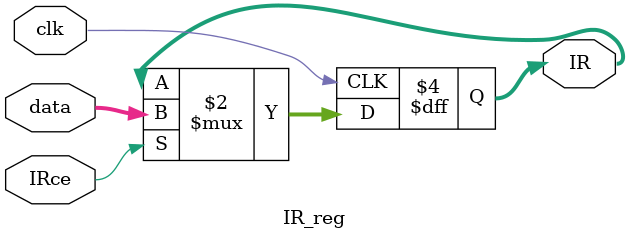
<source format=v>
module IR_reg (clk, IRce, data, IR); //irce?? ir=data

input clk, IRce; 
input [15:0] data;
output reg [15:0] IR;

always @(posedge clk)
 if (IRce) IR <= data[15:0];
endmodule

</source>
